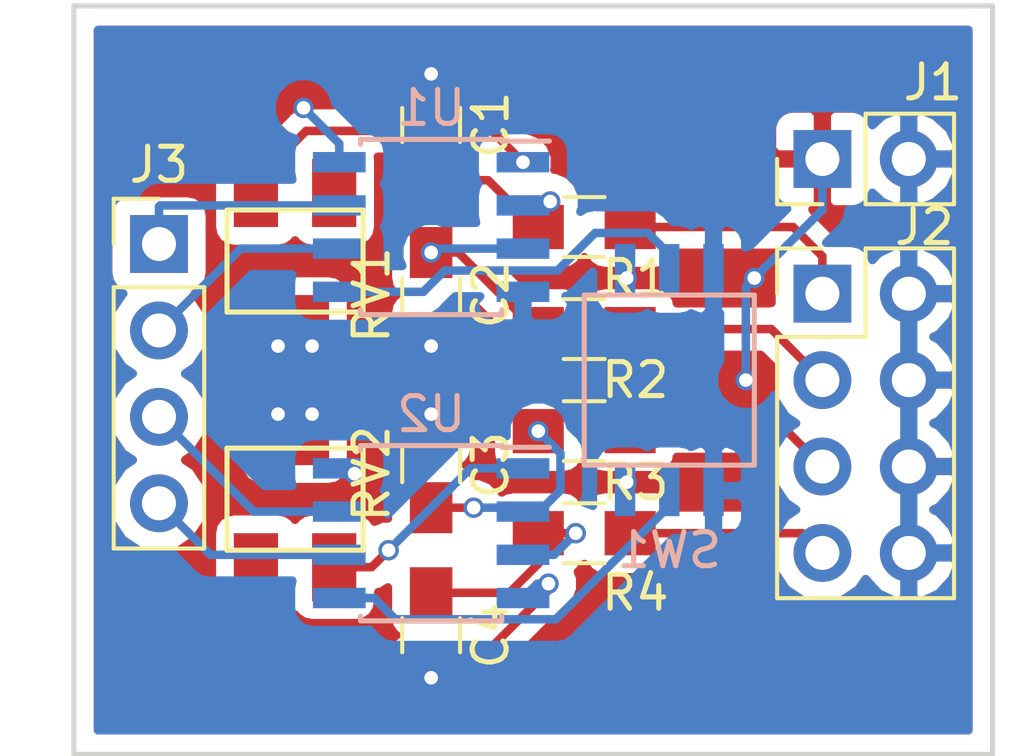
<source format=kicad_pcb>
(kicad_pcb (version 20171130) (host pcbnew 5.0.1)

  (general
    (thickness 1.6)
    (drawings 4)
    (tracks 100)
    (zones 0)
    (modules 16)
    (nets 21)
  )

  (page A4)
  (layers
    (0 F.Cu signal)
    (31 B.Cu signal)
    (32 B.Adhes user)
    (33 F.Adhes user)
    (34 B.Paste user)
    (35 F.Paste user)
    (36 B.SilkS user)
    (37 F.SilkS user)
    (38 B.Mask user)
    (39 F.Mask user)
    (40 Dwgs.User user)
    (41 Cmts.User user)
    (42 Eco1.User user)
    (43 Eco2.User user)
    (44 Edge.Cuts user)
    (45 Margin user)
    (46 B.CrtYd user)
    (47 F.CrtYd user)
    (48 B.Fab user)
    (49 F.Fab user)
  )

  (setup
    (last_trace_width 0.25)
    (trace_clearance 0.2)
    (zone_clearance 0.508)
    (zone_45_only no)
    (trace_min 0.2)
    (segment_width 0.2)
    (edge_width 0.15)
    (via_size 0.6)
    (via_drill 0.4)
    (via_min_size 0.4)
    (via_min_drill 0.3)
    (uvia_size 0.3)
    (uvia_drill 0.1)
    (uvias_allowed no)
    (uvia_min_size 0.2)
    (uvia_min_drill 0.1)
    (pcb_text_width 0.3)
    (pcb_text_size 1.5 1.5)
    (mod_edge_width 0.15)
    (mod_text_size 1 1)
    (mod_text_width 0.15)
    (pad_size 1.524 1.524)
    (pad_drill 0.762)
    (pad_to_mask_clearance 0.2)
    (solder_mask_min_width 0.25)
    (aux_axis_origin 0 0)
    (visible_elements FFFFFF7F)
    (pcbplotparams
      (layerselection 0x00030_80000001)
      (usegerberextensions false)
      (usegerberattributes false)
      (usegerberadvancedattributes false)
      (creategerberjobfile false)
      (excludeedgelayer true)
      (linewidth 0.100000)
      (plotframeref false)
      (viasonmask false)
      (mode 1)
      (useauxorigin false)
      (hpglpennumber 1)
      (hpglpenspeed 20)
      (hpglpendiameter 15.000000)
      (psnegative false)
      (psa4output false)
      (plotreference true)
      (plotvalue true)
      (plotinvisibletext false)
      (padsonsilk false)
      (subtractmaskfromsilk false)
      (outputformat 1)
      (mirror false)
      (drillshape 1)
      (scaleselection 1)
      (outputdirectory ""))
  )

  (net 0 "")
  (net 1 "Net-(C1-Pad1)")
  (net 2 GND)
  (net 3 "Net-(C2-Pad1)")
  (net 4 "Net-(C3-Pad1)")
  (net 5 "Net-(C4-Pad1)")
  (net 6 /IN_A1)
  (net 7 /IN_A2)
  (net 8 /IN_B1)
  (net 9 /IN_B2)
  (net 10 VCC)
  (net 11 "Net-(RV1-Pad2)")
  (net 12 "Net-(RV1-Pad3)")
  (net 13 "Net-(RV2-Pad2)")
  (net 14 "Net-(RV2-Pad3)")
  (net 15 "Net-(SW1-Pad5)")
  (net 16 "Net-(SW1-Pad2)")
  (net 17 "Net-(J3-Pad1)")
  (net 18 "Net-(J3-Pad2)")
  (net 19 "Net-(J3-Pad4)")
  (net 20 "Net-(J3-Pad3)")

  (net_class Default "This is the default net class."
    (clearance 0.2)
    (trace_width 0.25)
    (via_dia 0.6)
    (via_drill 0.4)
    (uvia_dia 0.3)
    (uvia_drill 0.1)
    (add_net /IN_A1)
    (add_net /IN_A2)
    (add_net /IN_B1)
    (add_net /IN_B2)
    (add_net GND)
    (add_net "Net-(C1-Pad1)")
    (add_net "Net-(C2-Pad1)")
    (add_net "Net-(C3-Pad1)")
    (add_net "Net-(C4-Pad1)")
    (add_net "Net-(J3-Pad1)")
    (add_net "Net-(J3-Pad2)")
    (add_net "Net-(J3-Pad3)")
    (add_net "Net-(J3-Pad4)")
    (add_net "Net-(RV1-Pad2)")
    (add_net "Net-(RV1-Pad3)")
    (add_net "Net-(RV2-Pad2)")
    (add_net "Net-(RV2-Pad3)")
    (add_net "Net-(SW1-Pad2)")
    (add_net "Net-(SW1-Pad5)")
    (add_net VCC)
  )

  (module Capacitors_SMD:C_0805_HandSoldering (layer F.Cu) (tedit 58AA84A8) (tstamp 5CAD903F)
    (at 161 82 90)
    (descr "Capacitor SMD 0805, hand soldering")
    (tags "capacitor 0805")
    (path /5CAD1F55)
    (attr smd)
    (fp_text reference C1 (at 0 1.75 90) (layer F.SilkS)
      (effects (font (size 1 1) (thickness 0.15)))
    )
    (fp_text value 22nF (at 0 1.75 90) (layer F.Fab)
      (effects (font (size 1 1) (thickness 0.15)))
    )
    (fp_text user %R (at 0 -1.75 90) (layer F.Fab)
      (effects (font (size 1 1) (thickness 0.15)))
    )
    (fp_line (start -1 0.62) (end -1 -0.62) (layer F.Fab) (width 0.1))
    (fp_line (start 1 0.62) (end -1 0.62) (layer F.Fab) (width 0.1))
    (fp_line (start 1 -0.62) (end 1 0.62) (layer F.Fab) (width 0.1))
    (fp_line (start -1 -0.62) (end 1 -0.62) (layer F.Fab) (width 0.1))
    (fp_line (start 0.5 -0.85) (end -0.5 -0.85) (layer F.SilkS) (width 0.12))
    (fp_line (start -0.5 0.85) (end 0.5 0.85) (layer F.SilkS) (width 0.12))
    (fp_line (start -2.25 -0.88) (end 2.25 -0.88) (layer F.CrtYd) (width 0.05))
    (fp_line (start -2.25 -0.88) (end -2.25 0.87) (layer F.CrtYd) (width 0.05))
    (fp_line (start 2.25 0.87) (end 2.25 -0.88) (layer F.CrtYd) (width 0.05))
    (fp_line (start 2.25 0.87) (end -2.25 0.87) (layer F.CrtYd) (width 0.05))
    (pad 1 smd rect (at -1.25 0 90) (size 1.5 1.25) (layers F.Cu F.Paste F.Mask)
      (net 1 "Net-(C1-Pad1)"))
    (pad 2 smd rect (at 1.25 0 90) (size 1.5 1.25) (layers F.Cu F.Paste F.Mask)
      (net 2 GND))
    (model Capacitors_SMD.3dshapes/C_0805.wrl
      (at (xyz 0 0 0))
      (scale (xyz 1 1 1))
      (rotate (xyz 0 0 0))
    )
  )

  (module Capacitors_SMD:C_0805_HandSoldering (layer F.Cu) (tedit 58AA84A8) (tstamp 5CAD7513)
    (at 161 87 270)
    (descr "Capacitor SMD 0805, hand soldering")
    (tags "capacitor 0805")
    (path /5CAD1F05)
    (attr smd)
    (fp_text reference C2 (at 0 -1.75 270) (layer F.SilkS)
      (effects (font (size 1 1) (thickness 0.15)))
    )
    (fp_text value 22nF (at 0 1.75 270) (layer F.Fab)
      (effects (font (size 1 1) (thickness 0.15)))
    )
    (fp_line (start 2.25 0.87) (end -2.25 0.87) (layer F.CrtYd) (width 0.05))
    (fp_line (start 2.25 0.87) (end 2.25 -0.88) (layer F.CrtYd) (width 0.05))
    (fp_line (start -2.25 -0.88) (end -2.25 0.87) (layer F.CrtYd) (width 0.05))
    (fp_line (start -2.25 -0.88) (end 2.25 -0.88) (layer F.CrtYd) (width 0.05))
    (fp_line (start -0.5 0.85) (end 0.5 0.85) (layer F.SilkS) (width 0.12))
    (fp_line (start 0.5 -0.85) (end -0.5 -0.85) (layer F.SilkS) (width 0.12))
    (fp_line (start -1 -0.62) (end 1 -0.62) (layer F.Fab) (width 0.1))
    (fp_line (start 1 -0.62) (end 1 0.62) (layer F.Fab) (width 0.1))
    (fp_line (start 1 0.62) (end -1 0.62) (layer F.Fab) (width 0.1))
    (fp_line (start -1 0.62) (end -1 -0.62) (layer F.Fab) (width 0.1))
    (fp_text user %R (at 0 -1.75 270) (layer F.Fab)
      (effects (font (size 1 1) (thickness 0.15)))
    )
    (pad 2 smd rect (at 1.25 0 270) (size 1.5 1.25) (layers F.Cu F.Paste F.Mask)
      (net 2 GND))
    (pad 1 smd rect (at -1.25 0 270) (size 1.5 1.25) (layers F.Cu F.Paste F.Mask)
      (net 3 "Net-(C2-Pad1)"))
    (model Capacitors_SMD.3dshapes/C_0805.wrl
      (at (xyz 0 0 0))
      (scale (xyz 1 1 1))
      (rotate (xyz 0 0 0))
    )
  )

  (module Capacitors_SMD:C_0805_HandSoldering (layer F.Cu) (tedit 58AA84A8) (tstamp 5CAD740B)
    (at 161 92 90)
    (descr "Capacitor SMD 0805, hand soldering")
    (tags "capacitor 0805")
    (path /5CAD1E63)
    (attr smd)
    (fp_text reference C3 (at 0 1.75 90) (layer F.SilkS)
      (effects (font (size 1 1) (thickness 0.15)))
    )
    (fp_text value 22nF (at 0 1.75 90) (layer F.Fab)
      (effects (font (size 1 1) (thickness 0.15)))
    )
    (fp_line (start 2.25 0.87) (end -2.25 0.87) (layer F.CrtYd) (width 0.05))
    (fp_line (start 2.25 0.87) (end 2.25 -0.88) (layer F.CrtYd) (width 0.05))
    (fp_line (start -2.25 -0.88) (end -2.25 0.87) (layer F.CrtYd) (width 0.05))
    (fp_line (start -2.25 -0.88) (end 2.25 -0.88) (layer F.CrtYd) (width 0.05))
    (fp_line (start -0.5 0.85) (end 0.5 0.85) (layer F.SilkS) (width 0.12))
    (fp_line (start 0.5 -0.85) (end -0.5 -0.85) (layer F.SilkS) (width 0.12))
    (fp_line (start -1 -0.62) (end 1 -0.62) (layer F.Fab) (width 0.1))
    (fp_line (start 1 -0.62) (end 1 0.62) (layer F.Fab) (width 0.1))
    (fp_line (start 1 0.62) (end -1 0.62) (layer F.Fab) (width 0.1))
    (fp_line (start -1 0.62) (end -1 -0.62) (layer F.Fab) (width 0.1))
    (fp_text user %R (at 0 -1.75 90) (layer F.Fab)
      (effects (font (size 1 1) (thickness 0.15)))
    )
    (pad 2 smd rect (at 1.25 0 90) (size 1.5 1.25) (layers F.Cu F.Paste F.Mask)
      (net 2 GND))
    (pad 1 smd rect (at -1.25 0 90) (size 1.5 1.25) (layers F.Cu F.Paste F.Mask)
      (net 4 "Net-(C3-Pad1)"))
    (model Capacitors_SMD.3dshapes/C_0805.wrl
      (at (xyz 0 0 0))
      (scale (xyz 1 1 1))
      (rotate (xyz 0 0 0))
    )
  )

  (module Capacitors_SMD:C_0805_HandSoldering (layer F.Cu) (tedit 58AA84A8) (tstamp 5CAD73DB)
    (at 161 97 270)
    (descr "Capacitor SMD 0805, hand soldering")
    (tags "capacitor 0805")
    (path /5CAD1EBE)
    (attr smd)
    (fp_text reference C4 (at 0 -1.75 270) (layer F.SilkS)
      (effects (font (size 1 1) (thickness 0.15)))
    )
    (fp_text value 22nF (at 0 1.75 270) (layer F.Fab)
      (effects (font (size 1 1) (thickness 0.15)))
    )
    (fp_text user %R (at 0 -1.75 270) (layer F.Fab)
      (effects (font (size 1 1) (thickness 0.15)))
    )
    (fp_line (start -1 0.62) (end -1 -0.62) (layer F.Fab) (width 0.1))
    (fp_line (start 1 0.62) (end -1 0.62) (layer F.Fab) (width 0.1))
    (fp_line (start 1 -0.62) (end 1 0.62) (layer F.Fab) (width 0.1))
    (fp_line (start -1 -0.62) (end 1 -0.62) (layer F.Fab) (width 0.1))
    (fp_line (start 0.5 -0.85) (end -0.5 -0.85) (layer F.SilkS) (width 0.12))
    (fp_line (start -0.5 0.85) (end 0.5 0.85) (layer F.SilkS) (width 0.12))
    (fp_line (start -2.25 -0.88) (end 2.25 -0.88) (layer F.CrtYd) (width 0.05))
    (fp_line (start -2.25 -0.88) (end -2.25 0.87) (layer F.CrtYd) (width 0.05))
    (fp_line (start 2.25 0.87) (end 2.25 -0.88) (layer F.CrtYd) (width 0.05))
    (fp_line (start 2.25 0.87) (end -2.25 0.87) (layer F.CrtYd) (width 0.05))
    (pad 1 smd rect (at -1.25 0 270) (size 1.5 1.25) (layers F.Cu F.Paste F.Mask)
      (net 5 "Net-(C4-Pad1)"))
    (pad 2 smd rect (at 1.25 0 270) (size 1.5 1.25) (layers F.Cu F.Paste F.Mask)
      (net 2 GND))
    (model Capacitors_SMD.3dshapes/C_0805.wrl
      (at (xyz 0 0 0))
      (scale (xyz 1 1 1))
      (rotate (xyz 0 0 0))
    )
  )

  (module Pin_Headers:Pin_Header_Straight_1x02_Pitch2.54mm (layer F.Cu) (tedit 59650532) (tstamp 5CAD8A80)
    (at 172.5 83 90)
    (descr "Through hole straight pin header, 1x02, 2.54mm pitch, single row")
    (tags "Through hole pin header THT 1x02 2.54mm single row")
    (path /5CAD6D68)
    (fp_text reference J1 (at 2.25 3.25 180) (layer F.SilkS)
      (effects (font (size 1 1) (thickness 0.15)))
    )
    (fp_text value Conn_01x02 (at 0 4.87 90) (layer F.Fab)
      (effects (font (size 1 1) (thickness 0.15)))
    )
    (fp_text user %R (at 0 1.27 180) (layer F.Fab)
      (effects (font (size 1 1) (thickness 0.15)))
    )
    (fp_line (start 1.8 -1.8) (end -1.8 -1.8) (layer F.CrtYd) (width 0.05))
    (fp_line (start 1.8 4.35) (end 1.8 -1.8) (layer F.CrtYd) (width 0.05))
    (fp_line (start -1.8 4.35) (end 1.8 4.35) (layer F.CrtYd) (width 0.05))
    (fp_line (start -1.8 -1.8) (end -1.8 4.35) (layer F.CrtYd) (width 0.05))
    (fp_line (start -1.33 -1.33) (end 0 -1.33) (layer F.SilkS) (width 0.12))
    (fp_line (start -1.33 0) (end -1.33 -1.33) (layer F.SilkS) (width 0.12))
    (fp_line (start -1.33 1.27) (end 1.33 1.27) (layer F.SilkS) (width 0.12))
    (fp_line (start 1.33 1.27) (end 1.33 3.87) (layer F.SilkS) (width 0.12))
    (fp_line (start -1.33 1.27) (end -1.33 3.87) (layer F.SilkS) (width 0.12))
    (fp_line (start -1.33 3.87) (end 1.33 3.87) (layer F.SilkS) (width 0.12))
    (fp_line (start -1.27 -0.635) (end -0.635 -1.27) (layer F.Fab) (width 0.1))
    (fp_line (start -1.27 3.81) (end -1.27 -0.635) (layer F.Fab) (width 0.1))
    (fp_line (start 1.27 3.81) (end -1.27 3.81) (layer F.Fab) (width 0.1))
    (fp_line (start 1.27 -1.27) (end 1.27 3.81) (layer F.Fab) (width 0.1))
    (fp_line (start -0.635 -1.27) (end 1.27 -1.27) (layer F.Fab) (width 0.1))
    (pad 2 thru_hole oval (at 0 2.54 90) (size 1.7 1.7) (drill 1) (layers *.Cu *.Mask)
      (net 2 GND))
    (pad 1 thru_hole rect (at 0 0 90) (size 1.7 1.7) (drill 1) (layers *.Cu *.Mask)
      (net 10 VCC))
    (model ${KISYS3DMOD}/Pin_Headers.3dshapes/Pin_Header_Straight_1x02_Pitch2.54mm.wrl
      (at (xyz 0 0 0))
      (scale (xyz 1 1 1))
      (rotate (xyz 0 0 0))
    )
  )

  (module Pin_Headers:Pin_Header_Straight_2x04_Pitch2.54mm (layer F.Cu) (tedit 59650532) (tstamp 5CAD8D33)
    (at 172.5 86.96)
    (descr "Through hole straight pin header, 2x04, 2.54mm pitch, double rows")
    (tags "Through hole pin header THT 2x04 2.54mm double row")
    (path /5CAD2E82)
    (fp_text reference J2 (at 3 -1.96) (layer F.SilkS)
      (effects (font (size 1 1) (thickness 0.15)))
    )
    (fp_text value Conn_02x04 (at 1.27 9.95) (layer F.Fab)
      (effects (font (size 1 1) (thickness 0.15)))
    )
    (fp_text user %R (at 1.27 3.81 90) (layer F.Fab)
      (effects (font (size 1 1) (thickness 0.15)))
    )
    (fp_line (start 4.35 -1.8) (end -1.8 -1.8) (layer F.CrtYd) (width 0.05))
    (fp_line (start 4.35 9.4) (end 4.35 -1.8) (layer F.CrtYd) (width 0.05))
    (fp_line (start -1.8 9.4) (end 4.35 9.4) (layer F.CrtYd) (width 0.05))
    (fp_line (start -1.8 -1.8) (end -1.8 9.4) (layer F.CrtYd) (width 0.05))
    (fp_line (start -1.33 -1.33) (end 0 -1.33) (layer F.SilkS) (width 0.12))
    (fp_line (start -1.33 0) (end -1.33 -1.33) (layer F.SilkS) (width 0.12))
    (fp_line (start 1.27 -1.33) (end 3.87 -1.33) (layer F.SilkS) (width 0.12))
    (fp_line (start 1.27 1.27) (end 1.27 -1.33) (layer F.SilkS) (width 0.12))
    (fp_line (start -1.33 1.27) (end 1.27 1.27) (layer F.SilkS) (width 0.12))
    (fp_line (start 3.87 -1.33) (end 3.87 8.95) (layer F.SilkS) (width 0.12))
    (fp_line (start -1.33 1.27) (end -1.33 8.95) (layer F.SilkS) (width 0.12))
    (fp_line (start -1.33 8.95) (end 3.87 8.95) (layer F.SilkS) (width 0.12))
    (fp_line (start -1.27 0) (end 0 -1.27) (layer F.Fab) (width 0.1))
    (fp_line (start -1.27 8.89) (end -1.27 0) (layer F.Fab) (width 0.1))
    (fp_line (start 3.81 8.89) (end -1.27 8.89) (layer F.Fab) (width 0.1))
    (fp_line (start 3.81 -1.27) (end 3.81 8.89) (layer F.Fab) (width 0.1))
    (fp_line (start 0 -1.27) (end 3.81 -1.27) (layer F.Fab) (width 0.1))
    (pad 8 thru_hole oval (at 2.54 7.62) (size 1.7 1.7) (drill 1) (layers *.Cu *.Mask)
      (net 2 GND))
    (pad 7 thru_hole oval (at 0 7.62) (size 1.7 1.7) (drill 1) (layers *.Cu *.Mask)
      (net 9 /IN_B2))
    (pad 6 thru_hole oval (at 2.54 5.08) (size 1.7 1.7) (drill 1) (layers *.Cu *.Mask)
      (net 2 GND))
    (pad 5 thru_hole oval (at 0 5.08) (size 1.7 1.7) (drill 1) (layers *.Cu *.Mask)
      (net 8 /IN_B1))
    (pad 4 thru_hole oval (at 2.54 2.54) (size 1.7 1.7) (drill 1) (layers *.Cu *.Mask)
      (net 2 GND))
    (pad 3 thru_hole oval (at 0 2.54) (size 1.7 1.7) (drill 1) (layers *.Cu *.Mask)
      (net 7 /IN_A2))
    (pad 2 thru_hole oval (at 2.54 0) (size 1.7 1.7) (drill 1) (layers *.Cu *.Mask)
      (net 2 GND))
    (pad 1 thru_hole rect (at 0 0) (size 1.7 1.7) (drill 1) (layers *.Cu *.Mask)
      (net 6 /IN_A1))
    (model ${KISYS3DMOD}/Pin_Headers.3dshapes/Pin_Header_Straight_2x04_Pitch2.54mm.wrl
      (at (xyz 0 0 0))
      (scale (xyz 1 1 1))
      (rotate (xyz 0 0 0))
    )
  )

  (module Pin_Headers:Pin_Header_Straight_1x04_Pitch2.54mm (layer F.Cu) (tedit 59650532) (tstamp 5CAD822C)
    (at 153 85.5)
    (descr "Through hole straight pin header, 1x04, 2.54mm pitch, single row")
    (tags "Through hole pin header THT 1x04 2.54mm single row")
    (path /5CACFC74)
    (fp_text reference J3 (at 0 -2.33) (layer F.SilkS)
      (effects (font (size 1 1) (thickness 0.15)))
    )
    (fp_text value Conn_01x04 (at 0 9.95) (layer F.Fab)
      (effects (font (size 1 1) (thickness 0.15)))
    )
    (fp_text user %R (at 0 3.81 90) (layer F.Fab)
      (effects (font (size 1 1) (thickness 0.15)))
    )
    (fp_line (start 1.8 -1.8) (end -1.8 -1.8) (layer F.CrtYd) (width 0.05))
    (fp_line (start 1.8 9.4) (end 1.8 -1.8) (layer F.CrtYd) (width 0.05))
    (fp_line (start -1.8 9.4) (end 1.8 9.4) (layer F.CrtYd) (width 0.05))
    (fp_line (start -1.8 -1.8) (end -1.8 9.4) (layer F.CrtYd) (width 0.05))
    (fp_line (start -1.33 -1.33) (end 0 -1.33) (layer F.SilkS) (width 0.12))
    (fp_line (start -1.33 0) (end -1.33 -1.33) (layer F.SilkS) (width 0.12))
    (fp_line (start -1.33 1.27) (end 1.33 1.27) (layer F.SilkS) (width 0.12))
    (fp_line (start 1.33 1.27) (end 1.33 8.95) (layer F.SilkS) (width 0.12))
    (fp_line (start -1.33 1.27) (end -1.33 8.95) (layer F.SilkS) (width 0.12))
    (fp_line (start -1.33 8.95) (end 1.33 8.95) (layer F.SilkS) (width 0.12))
    (fp_line (start -1.27 -0.635) (end -0.635 -1.27) (layer F.Fab) (width 0.1))
    (fp_line (start -1.27 8.89) (end -1.27 -0.635) (layer F.Fab) (width 0.1))
    (fp_line (start 1.27 8.89) (end -1.27 8.89) (layer F.Fab) (width 0.1))
    (fp_line (start 1.27 -1.27) (end 1.27 8.89) (layer F.Fab) (width 0.1))
    (fp_line (start -0.635 -1.27) (end 1.27 -1.27) (layer F.Fab) (width 0.1))
    (pad 4 thru_hole oval (at 0 7.62) (size 1.7 1.7) (drill 1) (layers *.Cu *.Mask)
      (net 19 "Net-(J3-Pad4)"))
    (pad 3 thru_hole oval (at 0 5.08) (size 1.7 1.7) (drill 1) (layers *.Cu *.Mask)
      (net 20 "Net-(J3-Pad3)"))
    (pad 2 thru_hole oval (at 0 2.54) (size 1.7 1.7) (drill 1) (layers *.Cu *.Mask)
      (net 18 "Net-(J3-Pad2)"))
    (pad 1 thru_hole rect (at 0 0) (size 1.7 1.7) (drill 1) (layers *.Cu *.Mask)
      (net 17 "Net-(J3-Pad1)"))
    (model ${KISYS3DMOD}/Pin_Headers.3dshapes/Pin_Header_Straight_1x04_Pitch2.54mm.wrl
      (at (xyz 0 0 0))
      (scale (xyz 1 1 1))
      (rotate (xyz 0 0 0))
    )
  )

  (module Resistors_SMD:R_0805_HandSoldering (layer F.Cu) (tedit 58E0A804) (tstamp 5CAD77FD)
    (at 165.5 85)
    (descr "Resistor SMD 0805, hand soldering")
    (tags "resistor 0805")
    (path /5CACFA36)
    (attr smd)
    (fp_text reference R1 (at 1.5 1.5) (layer F.SilkS)
      (effects (font (size 1 1) (thickness 0.15)))
    )
    (fp_text value 22K (at 0 1.75) (layer F.Fab)
      (effects (font (size 1 1) (thickness 0.15)))
    )
    (fp_line (start 2.35 0.9) (end -2.35 0.9) (layer F.CrtYd) (width 0.05))
    (fp_line (start 2.35 0.9) (end 2.35 -0.9) (layer F.CrtYd) (width 0.05))
    (fp_line (start -2.35 -0.9) (end -2.35 0.9) (layer F.CrtYd) (width 0.05))
    (fp_line (start -2.35 -0.9) (end 2.35 -0.9) (layer F.CrtYd) (width 0.05))
    (fp_line (start -0.6 -0.88) (end 0.6 -0.88) (layer F.SilkS) (width 0.12))
    (fp_line (start 0.6 0.88) (end -0.6 0.88) (layer F.SilkS) (width 0.12))
    (fp_line (start -1 -0.62) (end 1 -0.62) (layer F.Fab) (width 0.1))
    (fp_line (start 1 -0.62) (end 1 0.62) (layer F.Fab) (width 0.1))
    (fp_line (start 1 0.62) (end -1 0.62) (layer F.Fab) (width 0.1))
    (fp_line (start -1 0.62) (end -1 -0.62) (layer F.Fab) (width 0.1))
    (fp_text user %R (at 0 0) (layer F.Fab)
      (effects (font (size 0.5 0.5) (thickness 0.075)))
    )
    (pad 2 smd rect (at 1.35 0) (size 1.5 1.3) (layers F.Cu F.Paste F.Mask)
      (net 6 /IN_A1))
    (pad 1 smd rect (at -1.35 0) (size 1.5 1.3) (layers F.Cu F.Paste F.Mask)
      (net 1 "Net-(C1-Pad1)"))
    (model ${KISYS3DMOD}/Resistors_SMD.3dshapes/R_0805.wrl
      (at (xyz 0 0 0))
      (scale (xyz 1 1 1))
      (rotate (xyz 0 0 0))
    )
  )

  (module Resistors_SMD:R_0805_HandSoldering (layer F.Cu) (tedit 58E0A804) (tstamp 5CAD85BB)
    (at 165.5 88)
    (descr "Resistor SMD 0805, hand soldering")
    (tags "resistor 0805")
    (path /5CACFA85)
    (attr smd)
    (fp_text reference R2 (at 1.5 1.5) (layer F.SilkS)
      (effects (font (size 1 1) (thickness 0.15)))
    )
    (fp_text value 22K (at 0 1.75) (layer F.Fab)
      (effects (font (size 1 1) (thickness 0.15)))
    )
    (fp_text user %R (at 0 0) (layer F.Fab)
      (effects (font (size 0.5 0.5) (thickness 0.075)))
    )
    (fp_line (start -1 0.62) (end -1 -0.62) (layer F.Fab) (width 0.1))
    (fp_line (start 1 0.62) (end -1 0.62) (layer F.Fab) (width 0.1))
    (fp_line (start 1 -0.62) (end 1 0.62) (layer F.Fab) (width 0.1))
    (fp_line (start -1 -0.62) (end 1 -0.62) (layer F.Fab) (width 0.1))
    (fp_line (start 0.6 0.88) (end -0.6 0.88) (layer F.SilkS) (width 0.12))
    (fp_line (start -0.6 -0.88) (end 0.6 -0.88) (layer F.SilkS) (width 0.12))
    (fp_line (start -2.35 -0.9) (end 2.35 -0.9) (layer F.CrtYd) (width 0.05))
    (fp_line (start -2.35 -0.9) (end -2.35 0.9) (layer F.CrtYd) (width 0.05))
    (fp_line (start 2.35 0.9) (end 2.35 -0.9) (layer F.CrtYd) (width 0.05))
    (fp_line (start 2.35 0.9) (end -2.35 0.9) (layer F.CrtYd) (width 0.05))
    (pad 1 smd rect (at -1.35 0) (size 1.5 1.3) (layers F.Cu F.Paste F.Mask)
      (net 3 "Net-(C2-Pad1)"))
    (pad 2 smd rect (at 1.35 0) (size 1.5 1.3) (layers F.Cu F.Paste F.Mask)
      (net 7 /IN_A2))
    (model ${KISYS3DMOD}/Resistors_SMD.3dshapes/R_0805.wrl
      (at (xyz 0 0 0))
      (scale (xyz 1 1 1))
      (rotate (xyz 0 0 0))
    )
  )

  (module Resistors_SMD:R_0805_HandSoldering (layer F.Cu) (tedit 58E0A804) (tstamp 5CAD856A)
    (at 165.5 91)
    (descr "Resistor SMD 0805, hand soldering")
    (tags "resistor 0805")
    (path /5CACFAAD)
    (attr smd)
    (fp_text reference R3 (at 1.5 1.5) (layer F.SilkS)
      (effects (font (size 1 1) (thickness 0.15)))
    )
    (fp_text value 22K (at 0 1.75) (layer F.Fab)
      (effects (font (size 1 1) (thickness 0.15)))
    )
    (fp_line (start 2.35 0.9) (end -2.35 0.9) (layer F.CrtYd) (width 0.05))
    (fp_line (start 2.35 0.9) (end 2.35 -0.9) (layer F.CrtYd) (width 0.05))
    (fp_line (start -2.35 -0.9) (end -2.35 0.9) (layer F.CrtYd) (width 0.05))
    (fp_line (start -2.35 -0.9) (end 2.35 -0.9) (layer F.CrtYd) (width 0.05))
    (fp_line (start -0.6 -0.88) (end 0.6 -0.88) (layer F.SilkS) (width 0.12))
    (fp_line (start 0.6 0.88) (end -0.6 0.88) (layer F.SilkS) (width 0.12))
    (fp_line (start -1 -0.62) (end 1 -0.62) (layer F.Fab) (width 0.1))
    (fp_line (start 1 -0.62) (end 1 0.62) (layer F.Fab) (width 0.1))
    (fp_line (start 1 0.62) (end -1 0.62) (layer F.Fab) (width 0.1))
    (fp_line (start -1 0.62) (end -1 -0.62) (layer F.Fab) (width 0.1))
    (fp_text user %R (at 0 0) (layer F.Fab)
      (effects (font (size 0.5 0.5) (thickness 0.075)))
    )
    (pad 2 smd rect (at 1.35 0) (size 1.5 1.3) (layers F.Cu F.Paste F.Mask)
      (net 8 /IN_B1))
    (pad 1 smd rect (at -1.35 0) (size 1.5 1.3) (layers F.Cu F.Paste F.Mask)
      (net 4 "Net-(C3-Pad1)"))
    (model ${KISYS3DMOD}/Resistors_SMD.3dshapes/R_0805.wrl
      (at (xyz 0 0 0))
      (scale (xyz 1 1 1))
      (rotate (xyz 0 0 0))
    )
  )

  (module Resistors_SMD:R_0805_HandSoldering (layer F.Cu) (tedit 58E0A804) (tstamp 5CAD80CA)
    (at 165.5 94)
    (descr "Resistor SMD 0805, hand soldering")
    (tags "resistor 0805")
    (path /5CACFAEF)
    (attr smd)
    (fp_text reference R4 (at 1.5 1.75) (layer F.SilkS)
      (effects (font (size 1 1) (thickness 0.15)))
    )
    (fp_text value 22K (at 0 1.75 180) (layer F.Fab)
      (effects (font (size 1 1) (thickness 0.15)))
    )
    (fp_text user %R (at 0 0) (layer F.Fab)
      (effects (font (size 0.5 0.5) (thickness 0.075)))
    )
    (fp_line (start -1 0.62) (end -1 -0.62) (layer F.Fab) (width 0.1))
    (fp_line (start 1 0.62) (end -1 0.62) (layer F.Fab) (width 0.1))
    (fp_line (start 1 -0.62) (end 1 0.62) (layer F.Fab) (width 0.1))
    (fp_line (start -1 -0.62) (end 1 -0.62) (layer F.Fab) (width 0.1))
    (fp_line (start 0.6 0.88) (end -0.6 0.88) (layer F.SilkS) (width 0.12))
    (fp_line (start -0.6 -0.88) (end 0.6 -0.88) (layer F.SilkS) (width 0.12))
    (fp_line (start -2.35 -0.9) (end 2.35 -0.9) (layer F.CrtYd) (width 0.05))
    (fp_line (start -2.35 -0.9) (end -2.35 0.9) (layer F.CrtYd) (width 0.05))
    (fp_line (start 2.35 0.9) (end 2.35 -0.9) (layer F.CrtYd) (width 0.05))
    (fp_line (start 2.35 0.9) (end -2.35 0.9) (layer F.CrtYd) (width 0.05))
    (pad 1 smd rect (at -1.35 0) (size 1.5 1.3) (layers F.Cu F.Paste F.Mask)
      (net 5 "Net-(C4-Pad1)"))
    (pad 2 smd rect (at 1.35 0) (size 1.5 1.3) (layers F.Cu F.Paste F.Mask)
      (net 9 /IN_B2))
    (model ${KISYS3DMOD}/Resistors_SMD.3dshapes/R_0805.wrl
      (at (xyz 0 0 0))
      (scale (xyz 1 1 1))
      (rotate (xyz 0 0 0))
    )
  )

  (module TRIM_MODEL_23:TRIM_Model_23 (layer F.Cu) (tedit 5CAD1C67) (tstamp 5CAD86DF)
    (at 157 86 90)
    (path /5CACFB15)
    (fp_text reference RV1 (at -1 2.25 90) (layer F.SilkS)
      (effects (font (size 1 1) (thickness 0.15)))
    )
    (fp_text value 50K (at 0 -3.81 90) (layer F.Fab)
      (effects (font (size 1 1) (thickness 0.15)))
    )
    (fp_line (start -1.5 -2) (end -1.5 2) (layer F.SilkS) (width 0.15))
    (fp_line (start -1.5 2) (end 1.5 2) (layer F.SilkS) (width 0.15))
    (fp_line (start 1.5 2) (end 1.5 -2) (layer F.SilkS) (width 0.15))
    (fp_line (start 1.5 -2) (end -1.5 -2) (layer F.SilkS) (width 0.15))
    (pad 1 smd rect (at -2 0 90) (size 2 2) (layers F.Cu F.Paste F.Mask)
      (net 2 GND))
    (pad 2 smd rect (at 2 -1.15 90) (size 2 1.3) (layers F.Cu F.Paste F.Mask)
      (net 11 "Net-(RV1-Pad2)"))
    (pad 3 smd rect (at 2 1.15 90) (size 2 1.3) (layers F.Cu F.Paste F.Mask)
      (net 12 "Net-(RV1-Pad3)"))
  )

  (module TRIM_MODEL_23:TRIM_Model_23 (layer F.Cu) (tedit 5CAD1C67) (tstamp 5CAD8877)
    (at 157 93 270)
    (path /5CACFB6D)
    (fp_text reference RV2 (at -0.75 -2.25 270) (layer F.SilkS)
      (effects (font (size 1 1) (thickness 0.15)))
    )
    (fp_text value 50K (at 0 -3.81 270) (layer F.Fab)
      (effects (font (size 1 1) (thickness 0.15)))
    )
    (fp_line (start 1.5 -2) (end -1.5 -2) (layer F.SilkS) (width 0.15))
    (fp_line (start 1.5 2) (end 1.5 -2) (layer F.SilkS) (width 0.15))
    (fp_line (start -1.5 2) (end 1.5 2) (layer F.SilkS) (width 0.15))
    (fp_line (start -1.5 -2) (end -1.5 2) (layer F.SilkS) (width 0.15))
    (pad 3 smd rect (at 2 1.15 270) (size 2 1.3) (layers F.Cu F.Paste F.Mask)
      (net 14 "Net-(RV2-Pad3)"))
    (pad 2 smd rect (at 2 -1.15 270) (size 2 1.3) (layers F.Cu F.Paste F.Mask)
      (net 13 "Net-(RV2-Pad2)"))
    (pad 1 smd rect (at -2 0 270) (size 2 2) (layers F.Cu F.Paste F.Mask)
      (net 2 GND))
  )

  (module CS-4-22YB:CS-4-22YB (layer B.Cu) (tedit 5CAD25B3) (tstamp 5CAD72D6)
    (at 168 89.5 180)
    (path /5CAD109F)
    (fp_text reference SW1 (at 0 -5 180) (layer B.SilkS)
      (effects (font (size 1 1) (thickness 0.15)) (justify mirror))
    )
    (fp_text value SW_DPDT_x2 (at 0 5 180) (layer B.Fab)
      (effects (font (size 1 1) (thickness 0.15)) (justify mirror))
    )
    (fp_line (start -2.5 2.5) (end 2.5 2.5) (layer B.SilkS) (width 0.15))
    (fp_line (start 2.5 2.5) (end 2.5 -2.5) (layer B.SilkS) (width 0.15))
    (fp_line (start 2.5 -2.5) (end -2.5 -2.5) (layer B.SilkS) (width 0.15))
    (fp_line (start -2.5 -2.5) (end -2.5 2.5) (layer B.SilkS) (width 0.15))
    (pad 6 smd rect (at 1.3 -3.25 180) (size 0.6 1.5) (layers B.Cu B.Paste B.Mask)
      (net 10 VCC))
    (pad 5 smd rect (at 0 -3.25 180) (size 0.6 1.5) (layers B.Cu B.Paste B.Mask)
      (net 15 "Net-(SW1-Pad5)"))
    (pad 4 smd rect (at -1.3 -3.25 180) (size 0.6 1.5) (layers B.Cu B.Paste B.Mask)
      (net 2 GND))
    (pad 3 smd rect (at 1.3 3.25 180) (size 0.6 1.5) (layers B.Cu B.Paste B.Mask)
      (net 10 VCC))
    (pad 2 smd rect (at 0 3.25 180) (size 0.6 1.5) (layers B.Cu B.Paste B.Mask)
      (net 16 "Net-(SW1-Pad2)"))
    (pad 1 smd rect (at -1.3 3.25 180) (size 0.6 1.5) (layers B.Cu B.Paste B.Mask)
      (net 2 GND))
  )

  (module Housings_SOIC:SOIC-8_3.9x4.9mm_Pitch1.27mm (layer B.Cu) (tedit 58CD0CDA) (tstamp 5CAD7EAB)
    (at 161 85 180)
    (descr "8-Lead Plastic Small Outline (SN) - Narrow, 3.90 mm Body [SOIC] (see Microchip Packaging Specification 00000049BS.pdf)")
    (tags "SOIC 1.27")
    (path /5CACF89E)
    (attr smd)
    (fp_text reference U1 (at 0 3.5 180) (layer B.SilkS)
      (effects (font (size 1 1) (thickness 0.15)) (justify mirror))
    )
    (fp_text value NCV1124 (at 0 -3.5 180) (layer B.Fab)
      (effects (font (size 1 1) (thickness 0.15)) (justify mirror))
    )
    (fp_line (start -2.075 2.525) (end -3.475 2.525) (layer B.SilkS) (width 0.15))
    (fp_line (start -2.075 -2.575) (end 2.075 -2.575) (layer B.SilkS) (width 0.15))
    (fp_line (start -2.075 2.575) (end 2.075 2.575) (layer B.SilkS) (width 0.15))
    (fp_line (start -2.075 -2.575) (end -2.075 -2.43) (layer B.SilkS) (width 0.15))
    (fp_line (start 2.075 -2.575) (end 2.075 -2.43) (layer B.SilkS) (width 0.15))
    (fp_line (start 2.075 2.575) (end 2.075 2.43) (layer B.SilkS) (width 0.15))
    (fp_line (start -2.075 2.575) (end -2.075 2.525) (layer B.SilkS) (width 0.15))
    (fp_line (start -3.73 -2.7) (end 3.73 -2.7) (layer B.CrtYd) (width 0.05))
    (fp_line (start -3.73 2.7) (end 3.73 2.7) (layer B.CrtYd) (width 0.05))
    (fp_line (start 3.73 2.7) (end 3.73 -2.7) (layer B.CrtYd) (width 0.05))
    (fp_line (start -3.73 2.7) (end -3.73 -2.7) (layer B.CrtYd) (width 0.05))
    (fp_line (start -1.95 1.45) (end -0.95 2.45) (layer B.Fab) (width 0.1))
    (fp_line (start -1.95 -2.45) (end -1.95 1.45) (layer B.Fab) (width 0.1))
    (fp_line (start 1.95 -2.45) (end -1.95 -2.45) (layer B.Fab) (width 0.1))
    (fp_line (start 1.95 2.45) (end 1.95 -2.45) (layer B.Fab) (width 0.1))
    (fp_line (start -0.95 2.45) (end 1.95 2.45) (layer B.Fab) (width 0.1))
    (fp_text user %R (at 0 0 180) (layer B.Fab)
      (effects (font (size 1 1) (thickness 0.15)) (justify mirror))
    )
    (pad 8 smd rect (at 2.7 1.905 180) (size 1.55 0.6) (layers B.Cu B.Paste B.Mask)
      (net 10 VCC))
    (pad 7 smd rect (at 2.7 0.635 180) (size 1.55 0.6) (layers B.Cu B.Paste B.Mask)
      (net 17 "Net-(J3-Pad1)"))
    (pad 6 smd rect (at 2.7 -0.635 180) (size 1.55 0.6) (layers B.Cu B.Paste B.Mask)
      (net 18 "Net-(J3-Pad2)"))
    (pad 5 smd rect (at 2.7 -1.905 180) (size 1.55 0.6) (layers B.Cu B.Paste B.Mask)
      (net 16 "Net-(SW1-Pad2)"))
    (pad 4 smd rect (at -2.7 -1.905 180) (size 1.55 0.6) (layers B.Cu B.Paste B.Mask)
      (net 2 GND))
    (pad 3 smd rect (at -2.7 -0.635 180) (size 1.55 0.6) (layers B.Cu B.Paste B.Mask)
      (net 3 "Net-(C2-Pad1)"))
    (pad 2 smd rect (at -2.7 0.635 180) (size 1.55 0.6) (layers B.Cu B.Paste B.Mask)
      (net 1 "Net-(C1-Pad1)"))
    (pad 1 smd rect (at -2.7 1.905 180) (size 1.55 0.6) (layers B.Cu B.Paste B.Mask)
      (net 11 "Net-(RV1-Pad2)"))
    (model ${KISYS3DMOD}/Housings_SOIC.3dshapes/SOIC-8_3.9x4.9mm_Pitch1.27mm.wrl
      (at (xyz 0 0 0))
      (scale (xyz 1 1 1))
      (rotate (xyz 0 0 0))
    )
  )

  (module Housings_SOIC:SOIC-8_3.9x4.9mm_Pitch1.27mm (layer B.Cu) (tedit 58CD0CDA) (tstamp 5CAD74CB)
    (at 161 94 180)
    (descr "8-Lead Plastic Small Outline (SN) - Narrow, 3.90 mm Body [SOIC] (see Microchip Packaging Specification 00000049BS.pdf)")
    (tags "SOIC 1.27")
    (path /5CACF946)
    (attr smd)
    (fp_text reference U2 (at 0 3.5 180) (layer B.SilkS)
      (effects (font (size 1 1) (thickness 0.15)) (justify mirror))
    )
    (fp_text value NCV1124 (at 0 -3.5 180) (layer B.Fab)
      (effects (font (size 1 1) (thickness 0.15)) (justify mirror))
    )
    (fp_text user %R (at 0 0 180) (layer B.Fab)
      (effects (font (size 1 1) (thickness 0.15)) (justify mirror))
    )
    (fp_line (start -0.95 2.45) (end 1.95 2.45) (layer B.Fab) (width 0.1))
    (fp_line (start 1.95 2.45) (end 1.95 -2.45) (layer B.Fab) (width 0.1))
    (fp_line (start 1.95 -2.45) (end -1.95 -2.45) (layer B.Fab) (width 0.1))
    (fp_line (start -1.95 -2.45) (end -1.95 1.45) (layer B.Fab) (width 0.1))
    (fp_line (start -1.95 1.45) (end -0.95 2.45) (layer B.Fab) (width 0.1))
    (fp_line (start -3.73 2.7) (end -3.73 -2.7) (layer B.CrtYd) (width 0.05))
    (fp_line (start 3.73 2.7) (end 3.73 -2.7) (layer B.CrtYd) (width 0.05))
    (fp_line (start -3.73 2.7) (end 3.73 2.7) (layer B.CrtYd) (width 0.05))
    (fp_line (start -3.73 -2.7) (end 3.73 -2.7) (layer B.CrtYd) (width 0.05))
    (fp_line (start -2.075 2.575) (end -2.075 2.525) (layer B.SilkS) (width 0.15))
    (fp_line (start 2.075 2.575) (end 2.075 2.43) (layer B.SilkS) (width 0.15))
    (fp_line (start 2.075 -2.575) (end 2.075 -2.43) (layer B.SilkS) (width 0.15))
    (fp_line (start -2.075 -2.575) (end -2.075 -2.43) (layer B.SilkS) (width 0.15))
    (fp_line (start -2.075 2.575) (end 2.075 2.575) (layer B.SilkS) (width 0.15))
    (fp_line (start -2.075 -2.575) (end 2.075 -2.575) (layer B.SilkS) (width 0.15))
    (fp_line (start -2.075 2.525) (end -3.475 2.525) (layer B.SilkS) (width 0.15))
    (pad 1 smd rect (at -2.7 1.905 180) (size 1.55 0.6) (layers B.Cu B.Paste B.Mask)
      (net 13 "Net-(RV2-Pad2)"))
    (pad 2 smd rect (at -2.7 0.635 180) (size 1.55 0.6) (layers B.Cu B.Paste B.Mask)
      (net 4 "Net-(C3-Pad1)"))
    (pad 3 smd rect (at -2.7 -0.635 180) (size 1.55 0.6) (layers B.Cu B.Paste B.Mask)
      (net 5 "Net-(C4-Pad1)"))
    (pad 4 smd rect (at -2.7 -1.905 180) (size 1.55 0.6) (layers B.Cu B.Paste B.Mask)
      (net 2 GND))
    (pad 5 smd rect (at 2.7 -1.905 180) (size 1.55 0.6) (layers B.Cu B.Paste B.Mask)
      (net 15 "Net-(SW1-Pad5)"))
    (pad 6 smd rect (at 2.7 -0.635 180) (size 1.55 0.6) (layers B.Cu B.Paste B.Mask)
      (net 19 "Net-(J3-Pad4)"))
    (pad 7 smd rect (at 2.7 0.635 180) (size 1.55 0.6) (layers B.Cu B.Paste B.Mask)
      (net 20 "Net-(J3-Pad3)"))
    (pad 8 smd rect (at 2.7 1.905 180) (size 1.55 0.6) (layers B.Cu B.Paste B.Mask)
      (net 10 VCC))
    (model ${KISYS3DMOD}/Housings_SOIC.3dshapes/SOIC-8_3.9x4.9mm_Pitch1.27mm.wrl
      (at (xyz 0 0 0))
      (scale (xyz 1 1 1))
      (rotate (xyz 0 0 0))
    )
  )

  (gr_line (start 150.5 100.5) (end 150.5 78.5) (layer Edge.Cuts) (width 0.15))
  (gr_line (start 177.5 100.5) (end 150.5 100.5) (layer Edge.Cuts) (width 0.15))
  (gr_line (start 177.5 78.5) (end 177.5 100.5) (layer Edge.Cuts) (width 0.15))
  (gr_line (start 150.5 78.5) (end 177.5 78.5) (layer Edge.Cuts) (width 0.15))

  (segment (start 161.875 83.25) (end 162.25 83.625) (width 0.25) (layer F.Cu) (net 1))
  (segment (start 161 83.25) (end 161.875 83.25) (width 0.25) (layer F.Cu) (net 1))
  (segment (start 162.675 83.625) (end 164.05 85) (width 0.25) (layer F.Cu) (net 1))
  (segment (start 164.05 85) (end 164.15 85) (width 0.25) (layer F.Cu) (net 1))
  (segment (start 162.25 83.625) (end 162.675 83.625) (width 0.25) (layer F.Cu) (net 1))
  (via (at 164.5 84.25) (size 0.6) (drill 0.4) (layers F.Cu B.Cu) (net 1))
  (segment (start 163.7 84.365) (end 164.385 84.365) (width 0.25) (layer B.Cu) (net 1))
  (segment (start 164.385 84.365) (end 164.5 84.25) (width 0.25) (layer B.Cu) (net 1))
  (segment (start 164.5 84.65) (end 164.15 85) (width 0.25) (layer F.Cu) (net 1))
  (segment (start 164.5 84.25) (end 164.5 84.65) (width 0.25) (layer F.Cu) (net 1))
  (via (at 157.5 88.5) (size 0.6) (drill 0.4) (layers F.Cu B.Cu) (net 2))
  (via (at 156.5 88.5) (size 0.6) (drill 0.4) (layers F.Cu B.Cu) (net 2))
  (via (at 157.5 90.5) (size 0.6) (drill 0.4) (layers F.Cu B.Cu) (net 2))
  (via (at 156.5 90.5) (size 0.6) (drill 0.4) (layers F.Cu B.Cu) (net 2))
  (via (at 161 90.5) (size 0.6) (drill 0.4) (layers F.Cu B.Cu) (net 2))
  (via (at 161 88.5) (size 0.6) (drill 0.4) (layers F.Cu B.Cu) (net 2))
  (via (at 161 80.5) (size 0.6) (drill 0.4) (layers F.Cu B.Cu) (net 2))
  (via (at 164.449726 95.484159) (size 0.6) (drill 0.4) (layers F.Cu B.Cu) (net 2))
  (segment (start 164.449726 95.675274) (end 164.449726 95.484159) (width 0.25) (layer F.Cu) (net 2))
  (segment (start 161.875 98.25) (end 164.449726 95.675274) (width 0.25) (layer F.Cu) (net 2))
  (segment (start 161 98.25) (end 161.875 98.25) (width 0.25) (layer F.Cu) (net 2))
  (segment (start 164.120841 95.484159) (end 163.7 95.905) (width 0.25) (layer B.Cu) (net 2))
  (segment (start 164.449726 95.484159) (end 164.120841 95.484159) (width 0.25) (layer B.Cu) (net 2))
  (via (at 161 98.25) (size 0.6) (drill 0.4) (layers F.Cu B.Cu) (net 2))
  (via (at 161 85.75) (size 0.6) (drill 0.4) (layers F.Cu B.Cu) (net 3))
  (segment (start 163.7 85.635) (end 161.115 85.635) (width 0.25) (layer B.Cu) (net 3))
  (segment (start 161.115 85.635) (end 161 85.75) (width 0.25) (layer B.Cu) (net 3))
  (segment (start 161.8 85.75) (end 161 85.75) (width 0.25) (layer F.Cu) (net 3))
  (segment (start 164.05 88) (end 161.8 85.75) (width 0.25) (layer F.Cu) (net 3))
  (segment (start 164.15 88) (end 164.05 88) (width 0.25) (layer F.Cu) (net 3))
  (via (at 162.25 93.25) (size 0.6) (drill 0.4) (layers F.Cu B.Cu) (net 4))
  (segment (start 161 93.25) (end 162.25 93.25) (width 0.25) (layer F.Cu) (net 4))
  (segment (start 163.585 93.25) (end 163.7 93.365) (width 0.25) (layer B.Cu) (net 4))
  (segment (start 162.25 93.25) (end 163.585 93.25) (width 0.25) (layer B.Cu) (net 4))
  (via (at 164.15 91) (size 0.6) (drill 0.4) (layers F.Cu B.Cu) (net 4))
  (segment (start 164.800001 91.650001) (end 164.15 91) (width 0.25) (layer B.Cu) (net 4))
  (segment (start 164.175 93.365) (end 164.800001 92.739999) (width 0.25) (layer B.Cu) (net 4))
  (segment (start 164.800001 92.739999) (end 164.800001 91.650001) (width 0.25) (layer B.Cu) (net 4))
  (segment (start 163.7 93.365) (end 164.175 93.365) (width 0.25) (layer B.Cu) (net 4))
  (via (at 165.25 94) (size 0.6) (drill 0.4) (layers F.Cu B.Cu) (net 5))
  (segment (start 163.7 94.635) (end 164.615 94.635) (width 0.25) (layer B.Cu) (net 5))
  (segment (start 164.615 94.635) (end 165.25 94) (width 0.25) (layer B.Cu) (net 5))
  (segment (start 165.25 94) (end 164.15 94) (width 0.25) (layer F.Cu) (net 5))
  (segment (start 164.15 94.9) (end 164.15 94) (width 0.25) (layer F.Cu) (net 5))
  (segment (start 163.3 95.75) (end 164.15 94.9) (width 0.25) (layer F.Cu) (net 5))
  (segment (start 161 95.75) (end 163.3 95.75) (width 0.25) (layer F.Cu) (net 5))
  (segment (start 172.5 85.86) (end 172.5 86.96) (width 0.25) (layer F.Cu) (net 6))
  (segment (start 171.64 85) (end 172.5 85.86) (width 0.25) (layer F.Cu) (net 6))
  (segment (start 166.85 85) (end 171.64 85) (width 0.25) (layer F.Cu) (net 6))
  (segment (start 171 88) (end 172.5 89.5) (width 0.25) (layer F.Cu) (net 7))
  (segment (start 166.85 88) (end 171 88) (width 0.25) (layer F.Cu) (net 7))
  (segment (start 171.46 91) (end 172.5 92.04) (width 0.25) (layer F.Cu) (net 8))
  (segment (start 166.85 91) (end 171.46 91) (width 0.25) (layer F.Cu) (net 8))
  (segment (start 171.92 94) (end 172.5 94.58) (width 0.25) (layer F.Cu) (net 9))
  (segment (start 166.85 94) (end 171.92 94) (width 0.25) (layer F.Cu) (net 9))
  (via (at 158.75 92.25) (size 0.6) (drill 0.4) (layers F.Cu B.Cu) (net 10))
  (via (at 166.75 92.5) (size 0.6) (drill 0.4) (layers F.Cu B.Cu) (net 10))
  (via (at 166.75 86.5) (size 0.6) (drill 0.4) (layers F.Cu B.Cu) (net 10))
  (via (at 157.25 81.5) (size 0.6) (drill 0.4) (layers F.Cu B.Cu) (net 10))
  (segment (start 158.3 83.095) (end 158.3 82.55) (width 0.25) (layer B.Cu) (net 10))
  (segment (start 158.3 82.55) (end 157.25 81.5) (width 0.25) (layer B.Cu) (net 10))
  (segment (start 172.5 84) (end 172.5 83) (width 0.25) (layer B.Cu) (net 10))
  (via (at 170.25 89.5) (size 0.6) (drill 0.4) (layers F.Cu B.Cu) (net 10))
  (via (at 170.5 86.5) (size 0.6) (drill 0.4) (layers F.Cu B.Cu) (net 10))
  (segment (start 170.25 86.75) (end 170.5 86.5) (width 0.25) (layer B.Cu) (net 10))
  (segment (start 170.25 89.5) (end 170.25 86.75) (width 0.25) (layer B.Cu) (net 10))
  (segment (start 172.5 84.5) (end 172.5 83) (width 0.25) (layer B.Cu) (net 10))
  (segment (start 170.5 86.5) (end 172.5 84.5) (width 0.25) (layer B.Cu) (net 10))
  (segment (start 157.325001 82.174999) (end 162.779999 82.174999) (width 0.25) (layer F.Cu) (net 11))
  (via (at 163.7 83.095) (size 0.6) (drill 0.4) (layers F.Cu B.Cu) (net 11))
  (segment (start 155.85 83.65) (end 157.325001 82.174999) (width 0.25) (layer F.Cu) (net 11))
  (segment (start 162.779999 82.174999) (end 163.7 83.095) (width 0.25) (layer F.Cu) (net 11))
  (segment (start 155.85 84) (end 155.85 83.65) (width 0.25) (layer F.Cu) (net 11))
  (segment (start 158.15 95) (end 159.25 95) (width 0.25) (layer F.Cu) (net 13))
  (via (at 159.75 94.5) (size 0.6) (drill 0.4) (layers F.Cu B.Cu) (net 13))
  (segment (start 159.25 95) (end 159.75 94.5) (width 0.25) (layer F.Cu) (net 13))
  (segment (start 162.155 92.095) (end 163.7 92.095) (width 0.25) (layer B.Cu) (net 13))
  (segment (start 159.75 94.5) (end 162.155 92.095) (width 0.25) (layer B.Cu) (net 13))
  (segment (start 168 93.2) (end 168 92.75) (width 0.25) (layer B.Cu) (net 15))
  (segment (start 159.950001 96.530001) (end 164.669999 96.530001) (width 0.25) (layer B.Cu) (net 15))
  (segment (start 164.669999 96.530001) (end 168 93.2) (width 0.25) (layer B.Cu) (net 15))
  (segment (start 159.325 95.905) (end 159.950001 96.530001) (width 0.25) (layer B.Cu) (net 15))
  (segment (start 158.3 95.905) (end 159.325 95.905) (width 0.25) (layer B.Cu) (net 15))
  (segment (start 159.325 86.905) (end 158.3 86.905) (width 0.25) (layer B.Cu) (net 16))
  (segment (start 160.770002 86.905) (end 159.325 86.905) (width 0.25) (layer B.Cu) (net 16) (tstamp 5CAD8FC3))
  (segment (start 161.395003 86.279999) (end 160.770002 86.905) (width 0.25) (layer B.Cu) (net 16))
  (segment (start 164.715003 86.279999) (end 161.395003 86.279999) (width 0.25) (layer B.Cu) (net 16))
  (segment (start 165.820003 85.174999) (end 164.715003 86.279999) (width 0.25) (layer B.Cu) (net 16))
  (segment (start 167.374999 85.174999) (end 165.820003 85.174999) (width 0.25) (layer B.Cu) (net 16))
  (segment (start 168 85.8) (end 167.374999 85.174999) (width 0.25) (layer B.Cu) (net 16))
  (segment (start 168 86.25) (end 168 85.8) (width 0.25) (layer B.Cu) (net 16))
  (segment (start 153.035 84.365) (end 153 84.4) (width 0.25) (layer B.Cu) (net 17))
  (segment (start 153 84.4) (end 153 85.5) (width 0.25) (layer B.Cu) (net 17))
  (segment (start 158.3 84.365) (end 153.035 84.365) (width 0.25) (layer B.Cu) (net 17))
  (segment (start 155.405 85.635) (end 153 88.04) (width 0.25) (layer B.Cu) (net 18))
  (segment (start 158.3 85.635) (end 155.405 85.635) (width 0.25) (layer B.Cu) (net 18))
  (segment (start 154.515 94.635) (end 158.3 94.635) (width 0.25) (layer B.Cu) (net 19))
  (segment (start 153 93.12) (end 154.515 94.635) (width 0.25) (layer B.Cu) (net 19))
  (segment (start 155.785 93.365) (end 158.3 93.365) (width 0.25) (layer B.Cu) (net 20))
  (segment (start 153 90.58) (end 155.785 93.365) (width 0.25) (layer B.Cu) (net 20))

  (zone (net 2) (net_name GND) (layer B.Cu) (tstamp 0) (hatch edge 0.508)
    (connect_pads (clearance 0.508))
    (min_thickness 0.254)
    (fill yes (arc_segments 16) (thermal_gap 0.508) (thermal_bridge_width 0.508))
    (polygon
      (pts
        (xy 177.5 78.5) (xy 150.5 78.5) (xy 150.5 100.5) (xy 177.5 100.5)
      )
    )
    (filled_polygon
      (pts
        (xy 176.790001 99.79) (xy 151.21 99.79) (xy 151.21 88.04) (xy 151.485908 88.04) (xy 151.601161 88.619418)
        (xy 151.929375 89.110625) (xy 152.227761 89.31) (xy 151.929375 89.509375) (xy 151.601161 90.000582) (xy 151.485908 90.58)
        (xy 151.601161 91.159418) (xy 151.929375 91.650625) (xy 152.227761 91.85) (xy 151.929375 92.049375) (xy 151.601161 92.540582)
        (xy 151.485908 93.12) (xy 151.601161 93.699418) (xy 151.929375 94.190625) (xy 152.420582 94.518839) (xy 152.853744 94.605)
        (xy 153.146256 94.605) (xy 153.366408 94.561209) (xy 153.924671 95.119473) (xy 153.967071 95.182929) (xy 154.218463 95.350904)
        (xy 154.440148 95.395) (xy 154.440152 95.395) (xy 154.515 95.409888) (xy 154.589848 95.395) (xy 156.919331 95.395)
        (xy 156.87756 95.605) (xy 156.87756 96.205) (xy 156.926843 96.452765) (xy 157.067191 96.662809) (xy 157.277235 96.803157)
        (xy 157.525 96.85244) (xy 159.075 96.85244) (xy 159.177292 96.832093) (xy 159.359672 97.014474) (xy 159.402072 97.07793)
        (xy 159.653464 97.245905) (xy 159.875149 97.290001) (xy 159.875154 97.290001) (xy 159.950001 97.304889) (xy 160.024848 97.290001)
        (xy 164.595152 97.290001) (xy 164.669999 97.304889) (xy 164.744846 97.290001) (xy 164.744851 97.290001) (xy 164.966536 97.245905)
        (xy 165.217928 97.07793) (xy 165.26033 97.014471) (xy 168.127362 94.14744) (xy 168.3 94.14744) (xy 168.547765 94.098157)
        (xy 168.639102 94.037127) (xy 168.640302 94.038327) (xy 168.873691 94.135) (xy 169.01425 94.135) (xy 169.173 93.97625)
        (xy 169.173 92.877) (xy 169.427 92.877) (xy 169.427 93.97625) (xy 169.58575 94.135) (xy 169.726309 94.135)
        (xy 169.959698 94.038327) (xy 170.138327 93.859699) (xy 170.235 93.62631) (xy 170.235 93.03575) (xy 170.07625 92.877)
        (xy 169.427 92.877) (xy 169.173 92.877) (xy 169.153 92.877) (xy 169.153 92.623) (xy 169.173 92.623)
        (xy 169.173 91.52375) (xy 169.427 91.52375) (xy 169.427 92.623) (xy 170.07625 92.623) (xy 170.235 92.46425)
        (xy 170.235 91.87369) (xy 170.138327 91.640301) (xy 169.959698 91.461673) (xy 169.726309 91.365) (xy 169.58575 91.365)
        (xy 169.427 91.52375) (xy 169.173 91.52375) (xy 169.01425 91.365) (xy 168.873691 91.365) (xy 168.640302 91.461673)
        (xy 168.639102 91.462873) (xy 168.547765 91.401843) (xy 168.3 91.35256) (xy 167.7 91.35256) (xy 167.452235 91.401843)
        (xy 167.35 91.470155) (xy 167.247765 91.401843) (xy 167 91.35256) (xy 166.4 91.35256) (xy 166.152235 91.401843)
        (xy 165.942191 91.542191) (xy 165.801843 91.752235) (xy 165.75256 92) (xy 165.75256 93.19613) (xy 165.483684 93.084758)
        (xy 165.515905 93.036536) (xy 165.560001 92.814851) (xy 165.560001 92.814846) (xy 165.574889 92.739999) (xy 165.560001 92.665152)
        (xy 165.560001 91.724847) (xy 165.574889 91.65) (xy 165.560001 91.575153) (xy 165.560001 91.575149) (xy 165.515905 91.353464)
        (xy 165.34793 91.102072) (xy 165.284474 91.059672) (xy 165.085 90.860198) (xy 165.085 90.814017) (xy 164.942655 90.470365)
        (xy 164.679635 90.207345) (xy 164.335983 90.065) (xy 163.964017 90.065) (xy 163.620365 90.207345) (xy 163.357345 90.470365)
        (xy 163.215 90.814017) (xy 163.215 91.14756) (xy 162.925 91.14756) (xy 162.677235 91.196843) (xy 162.47047 91.335)
        (xy 162.229848 91.335) (xy 162.155 91.320112) (xy 162.080152 91.335) (xy 162.080148 91.335) (xy 161.858463 91.379096)
        (xy 161.607071 91.547071) (xy 161.564671 91.610527) (xy 159.72244 93.452759) (xy 159.72244 93.065) (xy 159.673157 92.817235)
        (xy 159.614868 92.73) (xy 159.673157 92.642765) (xy 159.72244 92.395) (xy 159.72244 91.795) (xy 159.673157 91.547235)
        (xy 159.532809 91.337191) (xy 159.322765 91.196843) (xy 159.075 91.14756) (xy 157.525 91.14756) (xy 157.277235 91.196843)
        (xy 157.067191 91.337191) (xy 156.926843 91.547235) (xy 156.87756 91.795) (xy 156.87756 92.395) (xy 156.919331 92.605)
        (xy 156.099802 92.605) (xy 154.441209 90.946408) (xy 154.514092 90.58) (xy 154.398839 90.000582) (xy 154.070625 89.509375)
        (xy 153.778251 89.314017) (xy 169.315 89.314017) (xy 169.315 89.685983) (xy 169.457345 90.029635) (xy 169.720365 90.292655)
        (xy 170.064017 90.435) (xy 170.435983 90.435) (xy 170.779635 90.292655) (xy 171.042655 90.029635) (xy 171.07549 89.950363)
        (xy 171.101161 90.079418) (xy 171.429375 90.570625) (xy 171.727761 90.77) (xy 171.429375 90.969375) (xy 171.101161 91.460582)
        (xy 170.985908 92.04) (xy 171.101161 92.619418) (xy 171.429375 93.110625) (xy 171.727761 93.31) (xy 171.429375 93.509375)
        (xy 171.101161 94.000582) (xy 170.985908 94.58) (xy 171.101161 95.159418) (xy 171.429375 95.650625) (xy 171.920582 95.978839)
        (xy 172.353744 96.065) (xy 172.646256 96.065) (xy 173.079418 95.978839) (xy 173.570625 95.650625) (xy 173.771353 95.350214)
        (xy 174.158642 95.775183) (xy 174.683108 96.021486) (xy 174.913 95.900819) (xy 174.913 94.707) (xy 175.167 94.707)
        (xy 175.167 95.900819) (xy 175.396892 96.021486) (xy 175.921358 95.775183) (xy 176.311645 95.346924) (xy 176.481476 94.93689)
        (xy 176.360155 94.707) (xy 175.167 94.707) (xy 174.913 94.707) (xy 174.893 94.707) (xy 174.893 94.453)
        (xy 174.913 94.453) (xy 174.913 92.167) (xy 175.167 92.167) (xy 175.167 94.453) (xy 176.360155 94.453)
        (xy 176.481476 94.22311) (xy 176.311645 93.813076) (xy 175.921358 93.384817) (xy 175.762046 93.31) (xy 175.921358 93.235183)
        (xy 176.311645 92.806924) (xy 176.481476 92.39689) (xy 176.360155 92.167) (xy 175.167 92.167) (xy 174.913 92.167)
        (xy 174.893 92.167) (xy 174.893 91.913) (xy 174.913 91.913) (xy 174.913 89.627) (xy 175.167 89.627)
        (xy 175.167 91.913) (xy 176.360155 91.913) (xy 176.481476 91.68311) (xy 176.311645 91.273076) (xy 175.921358 90.844817)
        (xy 175.762046 90.77) (xy 175.921358 90.695183) (xy 176.311645 90.266924) (xy 176.481476 89.85689) (xy 176.360155 89.627)
        (xy 175.167 89.627) (xy 174.913 89.627) (xy 174.893 89.627) (xy 174.893 89.373) (xy 174.913 89.373)
        (xy 174.913 87.087) (xy 175.167 87.087) (xy 175.167 89.373) (xy 176.360155 89.373) (xy 176.481476 89.14311)
        (xy 176.311645 88.733076) (xy 175.921358 88.304817) (xy 175.762046 88.23) (xy 175.921358 88.155183) (xy 176.311645 87.726924)
        (xy 176.481476 87.31689) (xy 176.360155 87.087) (xy 175.167 87.087) (xy 174.913 87.087) (xy 174.893 87.087)
        (xy 174.893 86.833) (xy 174.913 86.833) (xy 174.913 85.639181) (xy 175.167 85.639181) (xy 175.167 86.833)
        (xy 176.360155 86.833) (xy 176.481476 86.60311) (xy 176.311645 86.193076) (xy 175.921358 85.764817) (xy 175.396892 85.518514)
        (xy 175.167 85.639181) (xy 174.913 85.639181) (xy 174.683108 85.518514) (xy 174.158642 85.764817) (xy 173.969961 85.971855)
        (xy 173.948157 85.862235) (xy 173.807809 85.652191) (xy 173.597765 85.511843) (xy 173.35 85.46256) (xy 172.612242 85.46256)
        (xy 172.984473 85.090329) (xy 173.047929 85.047929) (xy 173.215904 84.796537) (xy 173.26 84.574852) (xy 173.26 84.574848)
        (xy 173.274888 84.500001) (xy 173.274379 84.49744) (xy 173.35 84.49744) (xy 173.597765 84.448157) (xy 173.807809 84.307809)
        (xy 173.948157 84.097765) (xy 173.968739 83.994292) (xy 174.273076 84.271645) (xy 174.68311 84.441476) (xy 174.913 84.320155)
        (xy 174.913 83.127) (xy 175.167 83.127) (xy 175.167 84.320155) (xy 175.39689 84.441476) (xy 175.806924 84.271645)
        (xy 176.235183 83.881358) (xy 176.481486 83.356892) (xy 176.360819 83.127) (xy 175.167 83.127) (xy 174.913 83.127)
        (xy 174.893 83.127) (xy 174.893 82.873) (xy 174.913 82.873) (xy 174.913 81.679845) (xy 175.167 81.679845)
        (xy 175.167 82.873) (xy 176.360819 82.873) (xy 176.481486 82.643108) (xy 176.235183 82.118642) (xy 175.806924 81.728355)
        (xy 175.39689 81.558524) (xy 175.167 81.679845) (xy 174.913 81.679845) (xy 174.68311 81.558524) (xy 174.273076 81.728355)
        (xy 173.968739 82.005708) (xy 173.948157 81.902235) (xy 173.807809 81.692191) (xy 173.597765 81.551843) (xy 173.35 81.50256)
        (xy 171.65 81.50256) (xy 171.402235 81.551843) (xy 171.192191 81.692191) (xy 171.051843 81.902235) (xy 171.00256 82.15)
        (xy 171.00256 83.85) (xy 171.051843 84.097765) (xy 171.192191 84.307809) (xy 171.402235 84.448157) (xy 171.46463 84.460568)
        (xy 170.360199 85.565) (xy 170.314017 85.565) (xy 170.235 85.59773) (xy 170.235 85.37369) (xy 170.138327 85.140301)
        (xy 169.959698 84.961673) (xy 169.726309 84.865) (xy 169.58575 84.865) (xy 169.427 85.02375) (xy 169.427 86.123)
        (xy 169.447 86.123) (xy 169.447 86.377) (xy 169.427 86.377) (xy 169.427 87.47625) (xy 169.490001 87.539251)
        (xy 169.49 88.93771) (xy 169.457345 88.970365) (xy 169.315 89.314017) (xy 153.778251 89.314017) (xy 153.772239 89.31)
        (xy 154.070625 89.110625) (xy 154.398839 88.619418) (xy 154.514092 88.04) (xy 154.441209 87.673592) (xy 155.719802 86.395)
        (xy 156.919331 86.395) (xy 156.87756 86.605) (xy 156.87756 87.205) (xy 156.926843 87.452765) (xy 157.067191 87.662809)
        (xy 157.277235 87.803157) (xy 157.525 87.85244) (xy 159.075 87.85244) (xy 159.322765 87.803157) (xy 159.52953 87.665)
        (xy 160.695155 87.665) (xy 160.770002 87.679888) (xy 160.844849 87.665) (xy 160.844854 87.665) (xy 161.066539 87.620904)
        (xy 161.317931 87.452929) (xy 161.360333 87.38947) (xy 161.709805 87.039999) (xy 162.440751 87.039999) (xy 162.29 87.19075)
        (xy 162.29 87.33131) (xy 162.386673 87.564699) (xy 162.565302 87.743327) (xy 162.798691 87.84) (xy 163.41425 87.84)
        (xy 163.573 87.68125) (xy 163.573 87.039999) (xy 163.827 87.039999) (xy 163.827 87.68125) (xy 163.98575 87.84)
        (xy 164.601309 87.84) (xy 164.834698 87.743327) (xy 165.013327 87.564699) (xy 165.11 87.33131) (xy 165.11 87.19075)
        (xy 164.951252 87.032002) (xy 165.11 87.032002) (xy 165.11 86.930114) (xy 165.262932 86.827928) (xy 165.305334 86.764469)
        (xy 165.75256 86.317243) (xy 165.75256 87) (xy 165.801843 87.247765) (xy 165.942191 87.457809) (xy 166.152235 87.598157)
        (xy 166.4 87.64744) (xy 167 87.64744) (xy 167.247765 87.598157) (xy 167.35 87.529845) (xy 167.452235 87.598157)
        (xy 167.7 87.64744) (xy 168.3 87.64744) (xy 168.547765 87.598157) (xy 168.639102 87.537127) (xy 168.640302 87.538327)
        (xy 168.873691 87.635) (xy 169.01425 87.635) (xy 169.173 87.47625) (xy 169.173 86.377) (xy 169.153 86.377)
        (xy 169.153 86.123) (xy 169.173 86.123) (xy 169.173 85.02375) (xy 169.01425 84.865) (xy 168.873691 84.865)
        (xy 168.640302 84.961673) (xy 168.639102 84.962873) (xy 168.547765 84.901843) (xy 168.3 84.85256) (xy 168.127361 84.85256)
        (xy 167.96533 84.690529) (xy 167.922928 84.62707) (xy 167.671536 84.459095) (xy 167.449851 84.414999) (xy 167.449846 84.414999)
        (xy 167.374999 84.400111) (xy 167.300152 84.414999) (xy 165.89485 84.414999) (xy 165.820003 84.400111) (xy 165.745156 84.414999)
        (xy 165.745151 84.414999) (xy 165.523466 84.459095) (xy 165.387909 84.549672) (xy 165.435 84.435983) (xy 165.435 84.064017)
        (xy 165.292655 83.720365) (xy 165.096699 83.524409) (xy 165.12244 83.395) (xy 165.12244 82.795) (xy 165.073157 82.547235)
        (xy 164.932809 82.337191) (xy 164.722765 82.196843) (xy 164.475 82.14756) (xy 162.925 82.14756) (xy 162.677235 82.196843)
        (xy 162.467191 82.337191) (xy 162.326843 82.547235) (xy 162.27756 82.795) (xy 162.27756 83.395) (xy 162.326843 83.642765)
        (xy 162.385132 83.73) (xy 162.326843 83.817235) (xy 162.27756 84.065) (xy 162.27756 84.665) (xy 162.319331 84.875)
        (xy 161.330836 84.875) (xy 161.185983 84.815) (xy 160.814017 84.815) (xy 160.470365 84.957345) (xy 160.207345 85.220365)
        (xy 160.065 85.564017) (xy 160.065 85.935983) (xy 160.151577 86.145) (xy 159.680669 86.145) (xy 159.72244 85.935)
        (xy 159.72244 85.335) (xy 159.673157 85.087235) (xy 159.614868 85) (xy 159.673157 84.912765) (xy 159.72244 84.665)
        (xy 159.72244 84.065) (xy 159.673157 83.817235) (xy 159.614868 83.73) (xy 159.673157 83.642765) (xy 159.72244 83.395)
        (xy 159.72244 82.795) (xy 159.673157 82.547235) (xy 159.532809 82.337191) (xy 159.322765 82.196843) (xy 159.075 82.14756)
        (xy 158.945142 82.14756) (xy 158.847929 82.002071) (xy 158.784473 81.959671) (xy 158.185 81.360199) (xy 158.185 81.314017)
        (xy 158.042655 80.970365) (xy 157.779635 80.707345) (xy 157.435983 80.565) (xy 157.064017 80.565) (xy 156.720365 80.707345)
        (xy 156.457345 80.970365) (xy 156.315 81.314017) (xy 156.315 81.685983) (xy 156.457345 82.029635) (xy 156.720365 82.292655)
        (xy 157.015316 82.414827) (xy 156.926843 82.547235) (xy 156.87756 82.795) (xy 156.87756 83.395) (xy 156.919331 83.605)
        (xy 153.109846 83.605) (xy 153.034999 83.590112) (xy 152.960152 83.605) (xy 152.960148 83.605) (xy 152.738463 83.649096)
        (xy 152.487071 83.817071) (xy 152.473052 83.838052) (xy 152.452071 83.852071) (xy 152.351518 84.00256) (xy 152.15 84.00256)
        (xy 151.902235 84.051843) (xy 151.692191 84.192191) (xy 151.551843 84.402235) (xy 151.50256 84.65) (xy 151.50256 86.35)
        (xy 151.551843 86.597765) (xy 151.692191 86.807809) (xy 151.902235 86.948157) (xy 151.947619 86.957184) (xy 151.929375 86.969375)
        (xy 151.601161 87.460582) (xy 151.485908 88.04) (xy 151.21 88.04) (xy 151.21 79.21) (xy 176.79 79.21)
      )
    )
    (filled_polygon
      (pts
        (xy 163.827 95.770001) (xy 163.573 95.770001) (xy 163.573 95.758) (xy 163.827 95.758)
      )
    )
  )
  (zone (net 10) (net_name VCC) (layer F.Cu) (tstamp 5CAD8B1E) (hatch edge 0.508)
    (connect_pads (clearance 0.508))
    (min_thickness 0.254)
    (fill yes (arc_segments 16) (thermal_gap 0.508) (thermal_bridge_width 0.508))
    (polygon
      (pts
        (xy 150.5 78.5) (xy 150.5 100.5) (xy 177.5 100.5) (xy 177.5 78.5)
      )
    )
    (filled_polygon
      (pts
        (xy 176.790001 99.79) (xy 151.21 99.79) (xy 151.21 88.04) (xy 151.485908 88.04) (xy 151.601161 88.619418)
        (xy 151.929375 89.110625) (xy 152.227761 89.31) (xy 151.929375 89.509375) (xy 151.601161 90.000582) (xy 151.485908 90.58)
        (xy 151.601161 91.159418) (xy 151.929375 91.650625) (xy 152.227761 91.85) (xy 151.929375 92.049375) (xy 151.601161 92.540582)
        (xy 151.485908 93.12) (xy 151.601161 93.699418) (xy 151.929375 94.190625) (xy 152.420582 94.518839) (xy 152.853744 94.605)
        (xy 153.146256 94.605) (xy 153.579418 94.518839) (xy 154.070625 94.190625) (xy 154.398839 93.699418) (xy 154.514092 93.12)
        (xy 154.398839 92.540582) (xy 154.070625 92.049375) (xy 153.772239 91.85) (xy 154.070625 91.650625) (xy 154.398839 91.159418)
        (xy 154.514092 90.58) (xy 154.398839 90.000582) (xy 154.070625 89.509375) (xy 153.772239 89.31) (xy 154.070625 89.110625)
        (xy 154.398839 88.619418) (xy 154.514092 88.04) (xy 154.398839 87.460582) (xy 154.091088 87) (xy 155.35256 87)
        (xy 155.35256 89) (xy 155.401843 89.247765) (xy 155.542191 89.457809) (xy 155.605334 89.5) (xy 155.542191 89.542191)
        (xy 155.401843 89.752235) (xy 155.35256 90) (xy 155.35256 92) (xy 155.401843 92.247765) (xy 155.542191 92.457809)
        (xy 155.752235 92.598157) (xy 156 92.64744) (xy 158 92.64744) (xy 158.247765 92.598157) (xy 158.457809 92.457809)
        (xy 158.598157 92.247765) (xy 158.64744 92) (xy 158.64744 90) (xy 158.598157 89.752235) (xy 158.457809 89.542191)
        (xy 158.394666 89.5) (xy 158.457809 89.457809) (xy 158.598157 89.247765) (xy 158.64744 89) (xy 158.64744 87)
        (xy 158.598157 86.752235) (xy 158.457809 86.542191) (xy 158.247765 86.401843) (xy 158 86.35256) (xy 156 86.35256)
        (xy 155.752235 86.401843) (xy 155.542191 86.542191) (xy 155.401843 86.752235) (xy 155.35256 87) (xy 154.091088 87)
        (xy 154.070625 86.969375) (xy 154.052381 86.957184) (xy 154.097765 86.948157) (xy 154.307809 86.807809) (xy 154.448157 86.597765)
        (xy 154.49744 86.35) (xy 154.49744 84.65) (xy 154.448157 84.402235) (xy 154.307809 84.192191) (xy 154.097765 84.051843)
        (xy 153.85 84.00256) (xy 152.15 84.00256) (xy 151.902235 84.051843) (xy 151.692191 84.192191) (xy 151.551843 84.402235)
        (xy 151.50256 84.65) (xy 151.50256 86.35) (xy 151.551843 86.597765) (xy 151.692191 86.807809) (xy 151.902235 86.948157)
        (xy 151.947619 86.957184) (xy 151.929375 86.969375) (xy 151.601161 87.460582) (xy 151.485908 88.04) (xy 151.21 88.04)
        (xy 151.21 83) (xy 154.55256 83) (xy 154.55256 85) (xy 154.601843 85.247765) (xy 154.742191 85.457809)
        (xy 154.952235 85.598157) (xy 155.2 85.64744) (xy 156.5 85.64744) (xy 156.747765 85.598157) (xy 156.957809 85.457809)
        (xy 157 85.394666) (xy 157.042191 85.457809) (xy 157.252235 85.598157) (xy 157.5 85.64744) (xy 158.8 85.64744)
        (xy 159.047765 85.598157) (xy 159.257809 85.457809) (xy 159.398157 85.247765) (xy 159.44744 85) (xy 159.44744 83)
        (xy 159.434511 82.934999) (xy 159.72756 82.934999) (xy 159.72756 84) (xy 159.776843 84.247765) (xy 159.917191 84.457809)
        (xy 159.980334 84.5) (xy 159.917191 84.542191) (xy 159.776843 84.752235) (xy 159.72756 85) (xy 159.72756 86.5)
        (xy 159.776843 86.747765) (xy 159.917191 86.957809) (xy 159.980334 87) (xy 159.917191 87.042191) (xy 159.776843 87.252235)
        (xy 159.72756 87.5) (xy 159.72756 89) (xy 159.776843 89.247765) (xy 159.917191 89.457809) (xy 159.980334 89.5)
        (xy 159.917191 89.542191) (xy 159.776843 89.752235) (xy 159.72756 90) (xy 159.72756 91.5) (xy 159.776843 91.747765)
        (xy 159.917191 91.957809) (xy 159.980334 92) (xy 159.917191 92.042191) (xy 159.776843 92.252235) (xy 159.72756 92.5)
        (xy 159.72756 93.565) (xy 159.564017 93.565) (xy 159.336124 93.659396) (xy 159.257809 93.542191) (xy 159.047765 93.401843)
        (xy 158.8 93.35256) (xy 157.5 93.35256) (xy 157.252235 93.401843) (xy 157.042191 93.542191) (xy 157 93.605334)
        (xy 156.957809 93.542191) (xy 156.747765 93.401843) (xy 156.5 93.35256) (xy 155.2 93.35256) (xy 154.952235 93.401843)
        (xy 154.742191 93.542191) (xy 154.601843 93.752235) (xy 154.55256 94) (xy 154.55256 96) (xy 154.601843 96.247765)
        (xy 154.742191 96.457809) (xy 154.952235 96.598157) (xy 155.2 96.64744) (xy 156.5 96.64744) (xy 156.747765 96.598157)
        (xy 156.957809 96.457809) (xy 157 96.394666) (xy 157.042191 96.457809) (xy 157.252235 96.598157) (xy 157.5 96.64744)
        (xy 158.8 96.64744) (xy 159.047765 96.598157) (xy 159.257809 96.457809) (xy 159.398157 96.247765) (xy 159.44744 96)
        (xy 159.44744 95.735616) (xy 159.546537 95.715904) (xy 159.72756 95.594948) (xy 159.72756 96.5) (xy 159.776843 96.747765)
        (xy 159.917191 96.957809) (xy 159.980334 97) (xy 159.917191 97.042191) (xy 159.776843 97.252235) (xy 159.72756 97.5)
        (xy 159.72756 99) (xy 159.776843 99.247765) (xy 159.917191 99.457809) (xy 160.127235 99.598157) (xy 160.375 99.64744)
        (xy 161.625 99.64744) (xy 161.872765 99.598157) (xy 162.082809 99.457809) (xy 162.223157 99.247765) (xy 162.27244 99)
        (xy 162.27244 98.898483) (xy 162.422929 98.797929) (xy 162.465331 98.73447) (xy 164.883128 96.316675) (xy 164.979361 96.276814)
        (xy 165.242381 96.013794) (xy 165.384726 95.670142) (xy 165.384726 95.298176) (xy 165.317132 95.134989) (xy 165.357809 95.107809)
        (xy 165.487549 94.913641) (xy 165.507053 94.905562) (xy 165.642191 95.107809) (xy 165.852235 95.248157) (xy 166.1 95.29744)
        (xy 167.6 95.29744) (xy 167.847765 95.248157) (xy 168.057809 95.107809) (xy 168.198157 94.897765) (xy 168.22556 94.76)
        (xy 171.021712 94.76) (xy 171.101161 95.159418) (xy 171.429375 95.650625) (xy 171.920582 95.978839) (xy 172.353744 96.065)
        (xy 172.646256 96.065) (xy 173.079418 95.978839) (xy 173.570625 95.650625) (xy 173.77 95.352239) (xy 173.969375 95.650625)
        (xy 174.460582 95.978839) (xy 174.893744 96.065) (xy 175.186256 96.065) (xy 175.619418 95.978839) (xy 176.110625 95.650625)
        (xy 176.438839 95.159418) (xy 176.554092 94.58) (xy 176.438839 94.000582) (xy 176.110625 93.509375) (xy 175.812239 93.31)
        (xy 176.110625 93.110625) (xy 176.438839 92.619418) (xy 176.554092 92.04) (xy 176.438839 91.460582) (xy 176.110625 90.969375)
        (xy 175.812239 90.77) (xy 176.110625 90.570625) (xy 176.438839 90.079418) (xy 176.554092 89.5) (xy 176.438839 88.920582)
        (xy 176.110625 88.429375) (xy 175.812239 88.23) (xy 176.110625 88.030625) (xy 176.438839 87.539418) (xy 176.554092 86.96)
        (xy 176.438839 86.380582) (xy 176.110625 85.889375) (xy 175.619418 85.561161) (xy 175.186256 85.475) (xy 174.893744 85.475)
        (xy 174.460582 85.561161) (xy 173.969375 85.889375) (xy 173.957184 85.907619) (xy 173.948157 85.862235) (xy 173.807809 85.652191)
        (xy 173.597765 85.511843) (xy 173.35 85.46256) (xy 173.148483 85.46256) (xy 173.090329 85.375527) (xy 173.047929 85.312071)
        (xy 172.984473 85.269671) (xy 172.230331 84.51553) (xy 172.209931 84.485) (xy 172.21425 84.485) (xy 172.373 84.32625)
        (xy 172.373 83.127) (xy 171.17375 83.127) (xy 171.015 83.28575) (xy 171.015 83.976309) (xy 171.111673 84.209698)
        (xy 171.141975 84.24) (xy 168.22556 84.24) (xy 168.198157 84.102235) (xy 168.057809 83.892191) (xy 167.847765 83.751843)
        (xy 167.6 83.70256) (xy 166.1 83.70256) (xy 165.852235 83.751843) (xy 165.642191 83.892191) (xy 165.501843 84.102235)
        (xy 165.5 84.1115) (xy 165.498157 84.102235) (xy 165.373643 83.915889) (xy 165.292655 83.720365) (xy 165.029635 83.457345)
        (xy 164.685983 83.315) (xy 164.62091 83.315) (xy 164.635 83.280983) (xy 164.635 82.909017) (xy 164.492655 82.565365)
        (xy 164.229635 82.302345) (xy 163.885983 82.16) (xy 163.839802 82.16) (xy 163.703493 82.023691) (xy 171.015 82.023691)
        (xy 171.015 82.71425) (xy 171.17375 82.873) (xy 172.373 82.873) (xy 172.373 81.67375) (xy 172.627 81.67375)
        (xy 172.627 82.873) (xy 172.647 82.873) (xy 172.647 83.127) (xy 172.627 83.127) (xy 172.627 84.32625)
        (xy 172.78575 84.485) (xy 173.47631 84.485) (xy 173.709699 84.388327) (xy 173.888327 84.209698) (xy 173.954904 84.048967)
        (xy 173.969375 84.070625) (xy 174.460582 84.398839) (xy 174.893744 84.485) (xy 175.186256 84.485) (xy 175.619418 84.398839)
        (xy 176.110625 84.070625) (xy 176.438839 83.579418) (xy 176.554092 83) (xy 176.438839 82.420582) (xy 176.110625 81.929375)
        (xy 175.619418 81.601161) (xy 175.186256 81.515) (xy 174.893744 81.515) (xy 174.460582 81.601161) (xy 173.969375 81.929375)
        (xy 173.954904 81.951033) (xy 173.888327 81.790302) (xy 173.709699 81.611673) (xy 173.47631 81.515) (xy 172.78575 81.515)
        (xy 172.627 81.67375) (xy 172.373 81.67375) (xy 172.21425 81.515) (xy 171.52369 81.515) (xy 171.290301 81.611673)
        (xy 171.111673 81.790302) (xy 171.015 82.023691) (xy 163.703493 82.023691) (xy 163.37033 81.690529) (xy 163.327928 81.62707)
        (xy 163.076536 81.459095) (xy 162.854851 81.414999) (xy 162.854846 81.414999) (xy 162.779999 81.400111) (xy 162.705152 81.414999)
        (xy 162.27244 81.414999) (xy 162.27244 80) (xy 162.223157 79.752235) (xy 162.082809 79.542191) (xy 161.872765 79.401843)
        (xy 161.625 79.35256) (xy 160.375 79.35256) (xy 160.127235 79.401843) (xy 159.917191 79.542191) (xy 159.776843 79.752235)
        (xy 159.72756 80) (xy 159.72756 81.414999) (xy 157.399847 81.414999) (xy 157.325 81.400111) (xy 157.250153 81.414999)
        (xy 157.250149 81.414999) (xy 157.028464 81.459095) (xy 157.028462 81.459096) (xy 157.028463 81.459096) (xy 156.840527 81.58467)
        (xy 156.840525 81.584672) (xy 156.777072 81.62707) (xy 156.734674 81.690523) (xy 156.072638 82.35256) (xy 155.2 82.35256)
        (xy 154.952235 82.401843) (xy 154.742191 82.542191) (xy 154.601843 82.752235) (xy 154.55256 83) (xy 151.21 83)
        (xy 151.21 79.21) (xy 176.79 79.21)
      )
    )
    (filled_polygon
      (pts
        (xy 162.75256 87.777362) (xy 162.75256 88.65) (xy 162.801843 88.897765) (xy 162.942191 89.107809) (xy 163.152235 89.248157)
        (xy 163.4 89.29744) (xy 164.9 89.29744) (xy 165.147765 89.248157) (xy 165.357809 89.107809) (xy 165.498157 88.897765)
        (xy 165.5 88.8885) (xy 165.501843 88.897765) (xy 165.642191 89.107809) (xy 165.852235 89.248157) (xy 166.1 89.29744)
        (xy 167.6 89.29744) (xy 167.847765 89.248157) (xy 168.057809 89.107809) (xy 168.198157 88.897765) (xy 168.22556 88.76)
        (xy 170.685199 88.76) (xy 171.058791 89.133593) (xy 170.985908 89.5) (xy 171.101161 90.079418) (xy 171.208458 90.24)
        (xy 168.22556 90.24) (xy 168.198157 90.102235) (xy 168.057809 89.892191) (xy 167.847765 89.751843) (xy 167.6 89.70256)
        (xy 166.1 89.70256) (xy 165.852235 89.751843) (xy 165.642191 89.892191) (xy 165.501843 90.102235) (xy 165.5 90.1115)
        (xy 165.498157 90.102235) (xy 165.357809 89.892191) (xy 165.147765 89.751843) (xy 164.9 89.70256) (xy 163.4 89.70256)
        (xy 163.152235 89.751843) (xy 162.942191 89.892191) (xy 162.801843 90.102235) (xy 162.75256 90.35) (xy 162.75256 91.65)
        (xy 162.801843 91.897765) (xy 162.942191 92.107809) (xy 163.152235 92.248157) (xy 163.4 92.29744) (xy 164.9 92.29744)
        (xy 165.147765 92.248157) (xy 165.357809 92.107809) (xy 165.498157 91.897765) (xy 165.5 91.8885) (xy 165.501843 91.897765)
        (xy 165.642191 92.107809) (xy 165.852235 92.248157) (xy 166.1 92.29744) (xy 167.6 92.29744) (xy 167.847765 92.248157)
        (xy 168.057809 92.107809) (xy 168.198157 91.897765) (xy 168.22556 91.76) (xy 171.041603 91.76) (xy 170.985908 92.04)
        (xy 171.101161 92.619418) (xy 171.429375 93.110625) (xy 171.622998 93.24) (xy 168.22556 93.24) (xy 168.198157 93.102235)
        (xy 168.057809 92.892191) (xy 167.847765 92.751843) (xy 167.6 92.70256) (xy 166.1 92.70256) (xy 165.852235 92.751843)
        (xy 165.642191 92.892191) (xy 165.507053 93.094438) (xy 165.487549 93.086359) (xy 165.357809 92.892191) (xy 165.147765 92.751843)
        (xy 164.9 92.70256) (xy 163.4 92.70256) (xy 163.152235 92.751843) (xy 163.076621 92.802367) (xy 163.042655 92.720365)
        (xy 162.779635 92.457345) (xy 162.435983 92.315) (xy 162.235642 92.315) (xy 162.223157 92.252235) (xy 162.082809 92.042191)
        (xy 162.019666 92) (xy 162.082809 91.957809) (xy 162.223157 91.747765) (xy 162.27244 91.5) (xy 162.27244 90)
        (xy 162.223157 89.752235) (xy 162.082809 89.542191) (xy 162.019666 89.5) (xy 162.082809 89.457809) (xy 162.223157 89.247765)
        (xy 162.27244 89) (xy 162.27244 87.5) (xy 162.223157 87.252235) (xy 162.214545 87.239347)
      )
    )
    (filled_polygon
      (pts
        (xy 171.051843 85.862235) (xy 171.00256 86.11) (xy 171.00256 87.225621) (xy 171 87.225112) (xy 170.925153 87.24)
        (xy 168.22556 87.24) (xy 168.198157 87.102235) (xy 168.057809 86.892191) (xy 167.847765 86.751843) (xy 167.6 86.70256)
        (xy 166.1 86.70256) (xy 165.852235 86.751843) (xy 165.642191 86.892191) (xy 165.501843 87.102235) (xy 165.5 87.1115)
        (xy 165.498157 87.102235) (xy 165.357809 86.892191) (xy 165.147765 86.751843) (xy 164.9 86.70256) (xy 163.827362 86.70256)
        (xy 163.422241 86.29744) (xy 164.9 86.29744) (xy 165.147765 86.248157) (xy 165.357809 86.107809) (xy 165.498157 85.897765)
        (xy 165.5 85.8885) (xy 165.501843 85.897765) (xy 165.642191 86.107809) (xy 165.852235 86.248157) (xy 166.1 86.29744)
        (xy 167.6 86.29744) (xy 167.847765 86.248157) (xy 168.057809 86.107809) (xy 168.198157 85.897765) (xy 168.22556 85.76)
        (xy 171.120155 85.76)
      )
    )
  )
)

</source>
